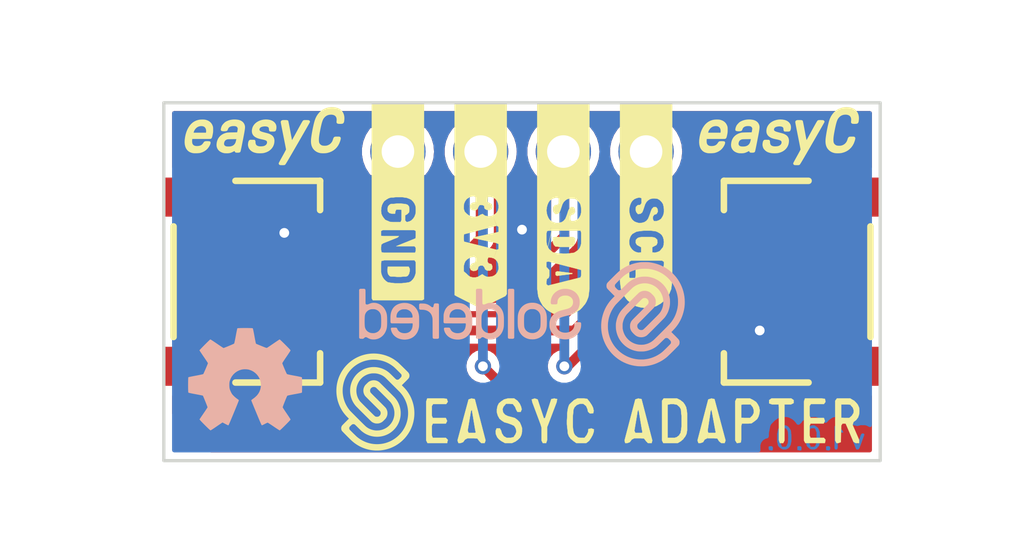
<source format=kicad_pcb>
(kicad_pcb (version 20210126) (generator pcbnew)
  (layers (0 "F.Cu" signal) (31 "B.Cu" signal) (34 "B.Paste" user) (35 "F.Paste" user) (36 "B.SilkS" user "B.Silkscreen") (37 "F.SilkS" user "F.Silkscreen") (38 "B.Mask" user) (39 "F.Mask" user) (44 "Edge.Cuts" user))
  (net 0 "")
  (net 1 "GND")
  (net 2 "3V3")
  (net 3 "SDA")
  (net 4 "SCL")
  (footprint "buzzardLabel" (layer "F.Cu") (at 147.19 118.6 -90)
    (fp_text reference "" (at 0 0 90) (layer "F.SilkS") (effects (font (size 1.27 1.27))))
    (fp_text value "" (at 0 0 90) (layer "F.SilkS") (effects (font (size 1.27 1.27))))
  )
  (footprint "e-radionica.com footprinti:easyC-connector" (layer "F.Cu") (at 158.9 124.5 -90)
    (fp_text reference "K2")
    (fp_text value "easyC-SMD")
    (pad "1" smd rect (at -1.5 2.15 270) (size 0.6 1.55) (layers "F.Cu" "F.Paste" "F.Mask") (net 4 "SCL"))
    (pad "2" smd rect (at -0.5 2.15 270) (size 0.6 1.55) (layers "F.Cu" "F.Paste" "F.Mask") (net 3 "SDA"))
    (pad "3" smd rect (at 0.5 2.15 270) (size 0.6 1.55) (layers "F.Cu" "F.Paste" "F.Mask") (net 2 "3V3"))
    (pad "4" smd rect (at 1.5 2.15 270) (size 0.6 1.55) (layers "F.Cu" "F.Paste" "F.Mask") (net 1 "GND"))
    (pad "5" smd rect (at -2.6 -2.15 270) (size 1.2 1.8) (layers "F.Cu" "F.Paste" "F.Mask") (net 1 "GND"))
    (pad "5" smd rect (at 2.6 -2.15 270) (size 1.2 1.8) (layers "F.Cu" "F.Paste" "F.Mask") (net 1 "GND"))
  )
  (footprint "buzzardLabel" (layer "F.Cu") (at 152.27 118.6 -90)
    (fp_text reference "" (at 0 0 90) (layer "F.SilkS") (effects (font (size 1.27 1.27))))
    (fp_text value "" (at 0 0 90) (layer "F.SilkS") (effects (font (size 1.27 1.27))))
  )
  (footprint "Soldered Graphics:Logo-Front-easyC-5mm" (layer "F.Cu") (at 143.1 120)
    (fp_text reference "G***" hide)
    (fp_text value "LOGO" hide)
  )
  (footprint "e-radionica.com footprinti:FIDUCIAL_1MM_PASTE" (layer "F.Cu") (at 160.4 124.6)
    (fp_text reference "FD1")
    (fp_text value "Fiducial_Stencil")
    (pad "1" smd circle (at 0 0) (size 1 1) (property pad_prop_fiducial_glob) (layers "F.Cu" "F.Paste" "F.Mask"))
  )
  (footprint "Soldered Graphics:Logo-Front-Soldered-3mm" (layer "F.Cu") (at 146.5 128.2)
    (fp_text reference "G***" hide)
    (fp_text value "LOGO" hide)
  )
  (footprint "e-radionica.com footprinti:easyC-connector" (layer "F.Cu") (at 143.1 124.5 90)
    (fp_text reference "K1")
    (fp_text value "easyC-SMD")
    (pad "1" smd rect (at -1.5 2.15 90) (size 0.6 1.55) (layers "F.Cu" "F.Paste" "F.Mask") (net 4 "SCL"))
    (pad "2" smd rect (at -0.5 2.15 90) (size 0.6 1.55) (layers "F.Cu" "F.Paste" "F.Mask") (net 3 "SDA"))
    (pad "3" smd rect (at 0.5 2.15 90) (size 0.6 1.55) (layers "F.Cu" "F.Paste" "F.Mask") (net 2 "3V3"))
    (pad "4" smd rect (at 1.5 2.15 90) (size 0.6 1.55) (layers "F.Cu" "F.Paste" "F.Mask") (net 1 "GND"))
    (pad "5" smd rect (at 2.6 -2.15 90) (size 1.2 1.8) (layers "F.Cu" "F.Paste" "F.Mask") (net 1 "GND"))
    (pad "5" smd rect (at -2.6 -2.15 90) (size 1.2 1.8) (layers "F.Cu" "F.Paste" "F.Mask") (net 1 "GND"))
  )
  (footprint "e-radionica.com footprinti:FIDUCIAL_1MM_PASTE" (layer "F.Cu") (at 141 129)
    (fp_text reference "FD2")
    (fp_text value "Fiducial_Stencil")
    (pad "1" smd circle (at 0 0) (size 1 1) (property pad_prop_fiducial_glob) (layers "F.Cu" "F.Paste" "F.Mask"))
  )
  (footprint "buzzardLabel" (layer "F.Cu") (at 149.73 118.6 -90)
    (fp_text reference "" (at 0 0 90) (layer "F.SilkS") (effects (font (size 1.27 1.27))))
    (fp_text value "" (at 0 0 90) (layer "F.SilkS") (effects (font (size 1.27 1.27))))
  )
  (footprint "buzzardLabel" (layer "F.Cu") (at 154.81 118.6 -90)
    (fp_text reference "" (at 0 0 90) (layer "F.SilkS") (effects (font (size 1.27 1.27))))
    (fp_text value "" (at 0 0 90) (layer "F.SilkS") (effects (font (size 1.27 1.27))))
  )
  (footprint "Soldered Graphics:Logo-Back-SolderedFULL-10mm" (layer "F.Cu") (at 151 125.5)
    (fp_text reference "G***" hide)
    (fp_text value "LOGO" hide)
  )
  (footprint "buzzardLabel" (layer "F.Cu") (at 154.7 128.8)
    (fp_text reference "" (at 0 0) (layer "F.SilkS") (effects (font (size 1.27 1.27))))
    (fp_text value "" (at 0 0) (layer "F.SilkS") (effects (font (size 1.27 1.27))))
  )
  (footprint "Soldered Graphics:Logo-Front-easyC-5mm" (layer "F.Cu") (at 158.9 120)
    (fp_text reference "G***" hide)
    (fp_text value "LOGO" hide)
  )
  (footprint "Soldered Graphics:Logo-Back-OSH-3.5mm" (layer "F.Cu") (at 142.5 127.5)
    (fp_text reference "G***" hide)
    (fp_text value "LOGO" hide)
  )
  (footprint "Soldered Graphics:Version1.0.0." (layer "B.Cu") (at 160 129.3 180)
    (fp_text reference "" (at 0 0) (layer "B.SilkS") (effects (font (size 1.27 1.27)) (justify mirror)))
    (fp_text value "" (at 0 0) (layer "B.SilkS") (effects (font (size 1.27 1.27)) (justify mirror)))
    (fp_poly (pts (xy 0.43 -0.38) (xy 0.48 -0.38) (xy 0.54 -0.37) (xy 0.54 -0.33) (xy 0.54 -0.27) (xy 0.5 -0.26) (xy 0.45 -0.26) (xy 0.42 -0.29) (xy 0.42 -0.34) (xy 0.43 -0.38)) (layer "B.Cu") (width 0.01) (fill solid))
    (fp_poly (pts (xy 0.93 -0.35) (xy 0.99 -0.35) (xy 1.04 -0.33) (xy 1.01 -0.28) (xy 0.91 -0.28) (xy 0.87 -0.25) (xy 0.85 -0.2) (xy 0.83 -0.15) (xy 0.83 -0.11) (xy 0.82 0.01) (xy 0.83 0.13) (xy 0.83 0.17) (xy 0.84 0.22) (xy 0.87 0.27) (xy 0.9 0.3) (xy 1.01 0.3) (xy 1.04 0.26) (xy 1.05 0.21) (xy 1.06 0.15) (xy 1.07 0.05) (xy 1.07 -0.08) (xy 1.06 -0.12) (xy 1.06 -0.17) (xy 1.04 -0.22) (xy 1.02 -0.27) (xy 1.01 -0.28) (xy 1.05 -0.32) (xy 1.09 -0.29) (xy 1.12 -0.26) (xy 1.14 -0.22) (xy 1.15 -0.16) (xy 1.16 -0.11) (xy 1.16 -0.06) (xy 1.16 0.06) (xy 1.16 0.12) (xy 1.15 0.17) (xy 1.14 0.22) (xy 1.13 0.27) (xy 1.1 0.3) (xy 1.06 0.34) (xy 1.01 0.37) (xy 0.95 0.38) (xy 0.9 0.38) (xy 0.84 0.35) (xy 0.8 0.31) (xy 0.78 0.28) (xy 0.75 0.23) (xy 0.74 0.18) (xy 0.74 0.13) (xy 0.73 0.08) (xy 0.73 -0.04) (xy 0.73 -0.1) (xy 0.74 -0.14) (xy 0.75 -0.2) (xy 0.77 -0.25) (xy 0.79 -0.28) (xy 0.83 -0.32) (xy 0.89 -0.35) (xy 0.93 -0.35)) (layer "B.Cu") (width 0.01) (fill solid))
    (fp_poly (pts (xy -1.33 -0.35) (xy -1.27 -0.35) (xy -1.25 -0.31) (xy -1.09 0.1) (xy -1.11 0.13) (xy -1.16 0.13) (xy -1.19 0.1) (xy -1.28 -0.16) (xy -1.3 -0.21) (xy -1.32 -0.17) (xy -1.41 0.09) (xy -1.44 0.13) (xy -1.49 0.13) (xy -1.51 0.1) (xy -1.36 -0.31) (xy -1.33 -0.35)) (layer "B.Cu") (width 0.01) (fill solid))
    (fp_poly (pts (xy -0.67 -0.35) (xy -0.62 -0.35) (xy -0.6 -0.31) (xy -0.6 0.35) (xy -0.64 0.38) (xy -0.69 0.38) (xy -0.73 0.34) (xy -0.84 0.22) (xy -0.86 0.17) (xy -0.83 0.16) (xy -0.73 0.22) (xy -0.69 0.23) (xy -0.69 -0.31) (xy -0.67 -0.35)) (layer "B.Cu") (width 0.01) (fill solid))
    (fp_poly (pts (xy 0.06 -0.35) (xy 0.11 -0.35) (xy 0.17 -0.33) (xy 0.13 -0.28) (xy 0.03 -0.28) (xy -0.01 -0.25) (xy -0.03 -0.2) (xy -0.05 -0.15) (xy -0.05 -0.11) (xy -0.05 0.01) (xy -0.05 0.13) (xy -0.05 0.17) (xy -0.03 0.22) (xy -0.01 0.27) (xy 0.02 0.3) (xy 0.13 0.3) (xy 0.16 0.26) (xy 0.18 0.21) (xy 0.18 0.15) (xy 0.19 0.05) (xy 0.19 -0.08) (xy 0.19 -0.12) (xy 0.18 -0.17) (xy 0.16 -0.22) (xy 0.14 -0.27) (xy 0.14 -0.28) (xy 0.17 -0.32) (xy 0.21 -0.29) (xy 0.24 -0.26) (xy 0.26 -0.22) (xy 0.27 -0.16) (xy 0.28 -0.11) (xy 0.28 -0.06) (xy 0.28 0.06) (xy 0.28 0.12) (xy 0.27 0.17) (xy 0.26 0.22) (xy 0.25 0.27) (xy 0.22 0.3) (xy 0.19 0.34) (xy 0.13 0.37) (xy 0.08 0.38) (xy 0.02 0.38) (xy -0.03 0.35) (xy -0.08 0.31) (xy -0.1 0.28) (xy -0.12 0.23) (xy -0.14 0.18) (xy -0.14 0.13) (xy -0.15 0.08) (xy -0.15 -0.04) (xy -0.14 -0.1) (xy -0.14 -0.14) (xy -0.13 -0.2) (xy -0.11 -0.25) (xy -0.08 -0.28) (xy -0.05 -0.32) (xy 0.01 -0.35) (xy 0.06 -0.35)) (layer "B.Cu") (width 0.01) (fill solid))
    (fp_poly (pts (xy -0.44 -0.38) (xy -0.39 -0.38) (xy -0.34 -0.37) (xy -0.34 -0.33) (xy -0.34 -0.27) (xy -0.38 -0.26) (xy -0.43 -0.26) (xy -0.46 -0.29) (xy -0.46 -0.34) (xy -0.44 -0.38)) (layer "B.Cu") (width 0.01) (fill solid))
    (fp_poly (pts (xy 1.31 -0.38) (xy 1.36 -0.38) (xy 1.41 -0.37) (xy 1.42 -0.33) (xy 1.42 -0.27) (xy 1.38 -0.26) (xy 1.33 -0.26) (xy 1.3 -0.29) (xy 1.3 -0.34) (xy 1.31 -0.38)) (layer "B.Cu") (width 0.01) (fill solid))
  )
  (footprint "e-radionica.com footprinti:HEADER_MALE_4X1" (layer "B.Cu") (at 151 120.5)
    (fp_text reference "K3")
    (fp_text value "HEADER_MALE_4X1")
    (pad "1" thru_hole circle (at -3.81 0) (size 1.7 1.7) (drill 1) (layers *.Cu *.Mask) (net 1 "GND"))
    (pad "2" thru_hole circle (at -1.27 0) (size 1.7 1.7) (drill 1) (layers *.Cu *.Mask) (net 2 "3V3"))
    (pad "3" thru_hole circle (at 1.27 0) (size 1.7 1.7) (drill 1) (layers *.Cu *.Mask) (net 3 "SDA"))
    (pad "4" thru_hole circle (at 3.81 0) (size 1.7 1.7) (drill 1) (layers *.Cu *.Mask) (net 4 "SCL"))
  )
  (gr_rect (start 140 130) (end 162 119) (layer "Edge.Cuts") (width 0.1) (fill none))
  (via (at 151 122.9) (size 0.5) (drill 0.3) (layers "F.Cu" "B.Cu") (net 1))
  (via (at 143.7 123) (size 0.5) (drill 0.3) (layers "F.Cu" "B.Cu") (net 1))
  (via (at 158.3 126) (size 0.5) (drill 0.3) (layers "F.Cu" "B.Cu") (net 1))
  (segment (start 150.6 127.9) (end 152.8 127.9) (width 0.3) (layer "F.Cu") (net 2))
  (segment (start 148.9 124) (end 149.73 123.17) (width 0.3) (layer "F.Cu") (net 2))
  (segment (start 155.7 125) (end 156.75 125) (width 0.3) (layer "F.Cu") (net 2))
  (segment (start 149.8 127.1) (end 150.6 127.9) (width 0.3) (layer "F.Cu") (net 2))
  (segment (start 149.73 123.17) (end 149.73 120.5) (width 0.3) (layer "F.Cu") (net 2))
  (segment (start 152.8 127.9) (end 155.7 125) (width 0.3) (layer "F.Cu") (net 2))
  (segment (start 145.25 124) (end 148.9 124) (width 0.3) (layer "F.Cu") (net 2))
  (via (at 149.8 127.1) (size 0.5) (drill 0.3) (layers "F.Cu" "B.Cu") (net 2))
  (segment (start 149.8 120.57) (end 149.73 120.5) (width 0.3) (layer "B.Cu") (net 2))
  (segment (start 149.8 127.1) (end 149.8 120.57) (width 0.3) (layer "B.Cu") (net 2))
  (segment (start 152.4 127.1) (end 155.5 124) (width 0.3) (layer "F.Cu") (net 3))
  (segment (start 152.3 120.53) (end 152.27 120.5) (width 0.3) (layer "F.Cu") (net 3))
  (segment (start 145.25 125) (end 150.4 125) (width 0.3) (layer "F.Cu") (net 3))
  (segment (start 155.5 124) (end 156.75 124) (width 0.3) (layer "F.Cu") (net 3))
  (segment (start 150.4 125) (end 152.3 123.1) (width 0.3) (layer "F.Cu") (net 3))
  (segment (start 152.3 123.1) (end 152.3 120.53) (width 0.3) (layer "F.Cu") (net 3))
  (segment (start 152.3 127.1) (end 152.4 127.1) (width 0.3) (layer "F.Cu") (net 3))
  (via (at 152.3 127.1) (size 0.5) (drill 0.3) (layers "F.Cu" "B.Cu") (net 3))
  (segment (start 152.3 127.1) (end 152.3 120.53) (width 0.3) (layer "B.Cu") (net 3))
  (segment (start 152.3 120.53) (end 152.27 120.5) (width 0.3) (layer "B.Cu") (net 3))
  (segment (start 152.6 126) (end 154.81 123.79) (width 0.3) (layer "F.Cu") (net 4))
  (segment (start 155.8 123) (end 154.81 122.01) (width 0.3) (layer "F.Cu") (net 4))
  (segment (start 145.25 126) (end 152.6 126) (width 0.3) (layer "F.Cu") (net 4))
  (segment (start 154.81 122.01) (end 154.81 120.5) (width 0.3) (layer "F.Cu") (net 4))
  (segment (start 156.75 123) (end 155.8 123) (width 0.3) (layer "F.Cu") (net 4))
  (segment (start 154.81 123.79) (end 154.81 122.01) (width 0.3) (layer "F.Cu") (net 4))
  (zone (net 1) (net_name "GND") (layers F&B.Cu) (connect_pads (clearance 0.254)) (min_thickness 0.127) (fill yes (thermal_gap 0.254) (thermal_bridge_width 0.127))
    (polygon (pts (xy 162 130) (xy 140 130) (xy 140 119) (xy 162 119)))
  )
)
</source>
